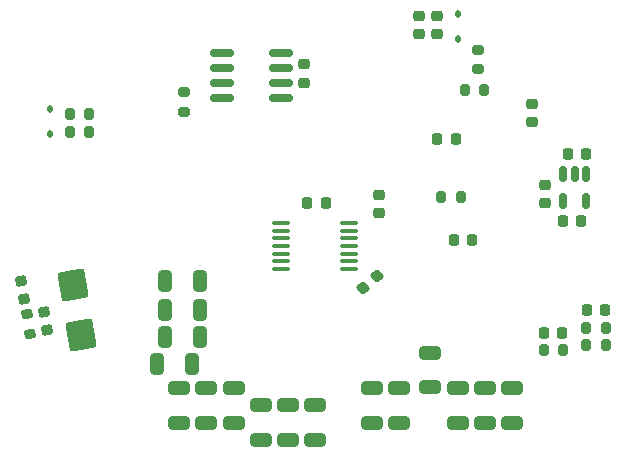
<source format=gbp>
%TF.GenerationSoftware,KiCad,Pcbnew,8.0.7*%
%TF.CreationDate,2025-07-12T21:06:11-07:00*%
%TF.ProjectId,FOCdriver,464f4364-7269-4766-9572-2e6b69636164,1.0*%
%TF.SameCoordinates,Original*%
%TF.FileFunction,Paste,Bot*%
%TF.FilePolarity,Positive*%
%FSLAX46Y46*%
G04 Gerber Fmt 4.6, Leading zero omitted, Abs format (unit mm)*
G04 Created by KiCad (PCBNEW 8.0.7) date 2025-07-12 21:06:11*
%MOMM*%
%LPD*%
G01*
G04 APERTURE LIST*
G04 Aperture macros list*
%AMRoundRect*
0 Rectangle with rounded corners*
0 $1 Rounding radius*
0 $2 $3 $4 $5 $6 $7 $8 $9 X,Y pos of 4 corners*
0 Add a 4 corners polygon primitive as box body*
4,1,4,$2,$3,$4,$5,$6,$7,$8,$9,$2,$3,0*
0 Add four circle primitives for the rounded corners*
1,1,$1+$1,$2,$3*
1,1,$1+$1,$4,$5*
1,1,$1+$1,$6,$7*
1,1,$1+$1,$8,$9*
0 Add four rect primitives between the rounded corners*
20,1,$1+$1,$2,$3,$4,$5,0*
20,1,$1+$1,$4,$5,$6,$7,0*
20,1,$1+$1,$6,$7,$8,$9,0*
20,1,$1+$1,$8,$9,$2,$3,0*%
G04 Aperture macros list end*
%ADD10RoundRect,0.250000X0.650000X-0.325000X0.650000X0.325000X-0.650000X0.325000X-0.650000X-0.325000X0*%
%ADD11RoundRect,0.225000X-0.250000X0.225000X-0.250000X-0.225000X0.250000X-0.225000X0.250000X0.225000X0*%
%ADD12RoundRect,0.225000X-0.225000X-0.250000X0.225000X-0.250000X0.225000X0.250000X-0.225000X0.250000X0*%
%ADD13RoundRect,0.150000X-0.150000X0.512500X-0.150000X-0.512500X0.150000X-0.512500X0.150000X0.512500X0*%
%ADD14RoundRect,0.200000X-0.200000X-0.275000X0.200000X-0.275000X0.200000X0.275000X-0.200000X0.275000X0*%
%ADD15RoundRect,0.200000X0.200000X0.275000X-0.200000X0.275000X-0.200000X-0.275000X0.200000X-0.275000X0*%
%ADD16RoundRect,0.225000X-0.285273X0.178170X-0.207131X-0.264994X0.285273X-0.178170X0.207131X0.264994X0*%
%ADD17RoundRect,0.150000X0.825000X0.150000X-0.825000X0.150000X-0.825000X-0.150000X0.825000X-0.150000X0*%
%ADD18RoundRect,0.225000X0.250000X-0.225000X0.250000X0.225000X-0.250000X0.225000X-0.250000X-0.225000X0*%
%ADD19RoundRect,0.200000X-0.275000X0.200000X-0.275000X-0.200000X0.275000X-0.200000X0.275000X0.200000X0*%
%ADD20RoundRect,0.250000X-1.059975X0.828524X-0.712679X-1.141091X1.059975X-0.828524X0.712679X1.141091X0*%
%ADD21RoundRect,0.200000X-0.305552X0.149208X-0.236092X-0.244715X0.305552X-0.149208X0.236092X0.244715X0*%
%ADD22RoundRect,0.100000X-0.637500X-0.100000X0.637500X-0.100000X0.637500X0.100000X-0.637500X0.100000X0*%
%ADD23RoundRect,0.225000X0.225000X0.250000X-0.225000X0.250000X-0.225000X-0.250000X0.225000X-0.250000X0*%
%ADD24RoundRect,0.112500X-0.112500X0.187500X-0.112500X-0.187500X0.112500X-0.187500X0.112500X0.187500X0*%
%ADD25RoundRect,0.250000X-0.325000X-0.650000X0.325000X-0.650000X0.325000X0.650000X-0.325000X0.650000X0*%
%ADD26RoundRect,0.225000X0.011663X0.336138X-0.333057X0.046884X-0.011663X-0.336138X0.333057X-0.046884X0*%
G04 APERTURE END LIST*
D10*
%TO.C,C38*%
X93100000Y-64950000D03*
X93100000Y-62000000D03*
%TD*%
%TO.C,C24*%
X97675000Y-66450000D03*
X97675000Y-63500000D03*
%TD*%
D11*
%TO.C,C12*%
X99055000Y-34625000D03*
X99055000Y-36175000D03*
%TD*%
D12*
%TO.C,C41*%
X119400000Y-57325000D03*
X120950000Y-57325000D03*
%TD*%
D13*
%TO.C,U5*%
X121025000Y-43887500D03*
X121975000Y-43887500D03*
X122925000Y-43887500D03*
X122925000Y-46162500D03*
X121025000Y-46162500D03*
%TD*%
D10*
%TO.C,C27*%
X109700000Y-61975000D03*
X109700000Y-59025000D03*
%TD*%
%TO.C,C34*%
X114400000Y-64975000D03*
X114400000Y-62025000D03*
%TD*%
D12*
%TO.C,C62*%
X99350000Y-46400000D03*
X100900000Y-46400000D03*
%TD*%
D14*
%TO.C,R9*%
X79250001Y-38800001D03*
X80899999Y-38799999D03*
%TD*%
D15*
%TO.C,R12*%
X112325000Y-45850000D03*
X110675000Y-45850000D03*
%TD*%
D16*
%TO.C,C43*%
X77065423Y-55586774D03*
X77334579Y-57113226D03*
%TD*%
D17*
%TO.C,U2*%
X97100000Y-33630000D03*
X97100000Y-34900000D03*
X97100000Y-36170000D03*
X97100000Y-37440000D03*
X92150000Y-37440000D03*
X92150000Y-36170000D03*
X92150000Y-34900000D03*
X92150000Y-33630000D03*
%TD*%
D18*
%TO.C,C16*%
X119500000Y-46350000D03*
X119500000Y-44800000D03*
%TD*%
D19*
%TO.C,R24*%
X113800000Y-33375000D03*
X113800000Y-35025000D03*
%TD*%
D10*
%TO.C,C39*%
X95400000Y-66450000D03*
X95400000Y-63500000D03*
%TD*%
D20*
%TO.C,D3*%
X79470038Y-53316838D03*
X80216724Y-57551510D03*
%TD*%
D21*
%TO.C,R11*%
X75600000Y-55800000D03*
X75886520Y-57424932D03*
%TD*%
D14*
%TO.C,R25*%
X112674293Y-36799293D03*
X114324293Y-36799293D03*
%TD*%
D10*
%TO.C,C30*%
X100000000Y-66450000D03*
X100000000Y-63500000D03*
%TD*%
%TO.C,C37*%
X90800000Y-64950000D03*
X90800000Y-62000000D03*
%TD*%
D22*
%TO.C,U8*%
X97137500Y-51950000D03*
X97137500Y-51300000D03*
X97137500Y-50650000D03*
X97137500Y-50000000D03*
X97137500Y-49350000D03*
X97137500Y-48700000D03*
X97137500Y-48050000D03*
X102862500Y-48050000D03*
X102862500Y-48700000D03*
X102862500Y-49350000D03*
X102862500Y-50000000D03*
X102862500Y-50650000D03*
X102862500Y-51300000D03*
X102862500Y-51950000D03*
%TD*%
D10*
%TO.C,C36*%
X88500000Y-64975000D03*
X88500000Y-62025000D03*
%TD*%
D16*
%TO.C,C42*%
X75099104Y-52936014D03*
X75368260Y-54462466D03*
%TD*%
D23*
%TO.C,C15*%
X122975000Y-42225000D03*
X121425000Y-42225000D03*
%TD*%
D10*
%TO.C,C33*%
X112100000Y-64975000D03*
X112100000Y-62025000D03*
%TD*%
D11*
%TO.C,C13*%
X108800000Y-30500000D03*
X108800000Y-32050000D03*
%TD*%
D10*
%TO.C,C32*%
X107100000Y-64950000D03*
X107100000Y-62000000D03*
%TD*%
D19*
%TO.C,R3*%
X88900000Y-36975000D03*
X88900000Y-38625000D03*
%TD*%
D11*
%TO.C,C2*%
X118340000Y-37940000D03*
X118340000Y-39490000D03*
%TD*%
D24*
%TO.C,D12*%
X77575000Y-38400000D03*
X77575000Y-40500000D03*
%TD*%
D25*
%TO.C,C28*%
X87300000Y-53000000D03*
X90250000Y-53000000D03*
%TD*%
%TO.C,C35*%
X86625000Y-60000000D03*
X89575000Y-60000000D03*
%TD*%
D12*
%TO.C,C52*%
X111745000Y-49460000D03*
X113295000Y-49460000D03*
%TD*%
D24*
%TO.C,D1*%
X112100000Y-30350000D03*
X112100000Y-32450000D03*
%TD*%
D15*
%TO.C,R7*%
X124600000Y-56925000D03*
X122950000Y-56925000D03*
%TD*%
D10*
%TO.C,C31*%
X104800000Y-64950000D03*
X104800000Y-62000000D03*
%TD*%
D26*
%TO.C,C49*%
X105233685Y-52531839D03*
X104046315Y-53528161D03*
%TD*%
D11*
%TO.C,C50*%
X105425000Y-45650000D03*
X105425000Y-47200000D03*
%TD*%
D15*
%TO.C,R8*%
X80900000Y-40350000D03*
X79250000Y-40350000D03*
%TD*%
D11*
%TO.C,C14*%
X110300000Y-30500000D03*
X110300000Y-32050000D03*
%TD*%
D25*
%TO.C,C29*%
X87325000Y-55400000D03*
X90275000Y-55400000D03*
%TD*%
D14*
%TO.C,R6*%
X122950000Y-58400000D03*
X124600000Y-58400000D03*
%TD*%
D23*
%TO.C,C11*%
X111900000Y-40950000D03*
X110350000Y-40950000D03*
%TD*%
D12*
%TO.C,C40*%
X123000000Y-55450000D03*
X124550000Y-55450000D03*
%TD*%
D25*
%TO.C,C26*%
X87300000Y-57700000D03*
X90250000Y-57700000D03*
%TD*%
D12*
%TO.C,C17*%
X120975000Y-47850000D03*
X122525000Y-47850000D03*
%TD*%
D15*
%TO.C,R10*%
X121000000Y-58800000D03*
X119350000Y-58800000D03*
%TD*%
D10*
%TO.C,C25*%
X116700000Y-64975000D03*
X116700000Y-62025000D03*
%TD*%
M02*

</source>
